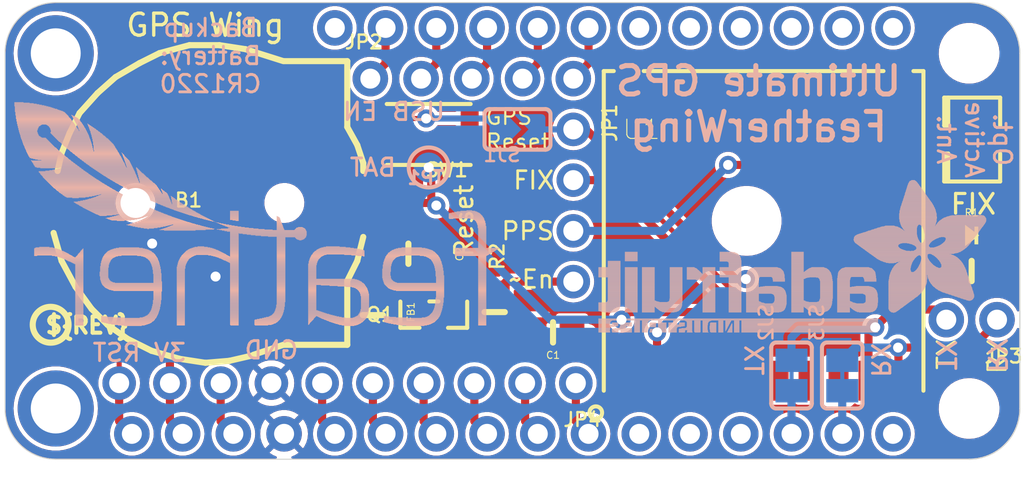
<source format=kicad_pcb>
(kicad_pcb (version 20221018) (generator pcbnew)
  (layers (0 "F.Cu" signal) (31 "B.Cu" signal) (34 "B.Paste" user) (35 "F.Paste" user) (36 "B.SilkS" user "B.Silkscreen") (37 "F.SilkS" user "F.Silkscreen") (38 "B.Mask" user) (39 "F.Mask" user) (44 "Edge.Cuts" user))
  (net 0 "")
  (net 1 "FIX")
  (net 2 "N$2")
  (net 3 "GND")
  (net 4 "3.3V")
  (net 5 "VBACKUP")
  (net 6 "GPS_TX")
  (net 7 "GPS_RX")
  (net 8 "N$4")
  (net 9 "1PPS")
  (net 10 "3V")
  (net 11 "N")
  (net 12 "M")
  (net 13 "L")
  (net 14 "F")
  (net 15 "E")
  (net 16 "D")
  (net 17 "C")
  (net 18 "B")
  (net 19 "A")
  (net 20 "GPS_RESET")
  (net 21 "RST")
  (net 22 "AREF")
  (net 23 "EN")
  (net 24 "USB")
  (net 25 "N$15")
  (net 26 "ENABLE")
  (net 27 "RX")
  (net 28 "TX")
  (net 29 "J")
  (net 30 "I")
  (net 31 "H")
  (net 32 "SCL")
  (net 33 "SDA")
  (net 34 "K")
  (net 35 "SCK")
  (net 36 "MOSI")
  (net 37 "MISO")
  (net 38 "G")
  (footprint "working:FEATHERWING" (layer "F.Cu") (at 123.1011 116.4336)
    (fp_text reference "MS1" hide)
    (fp_text value "FEATHERWING" hide)
    (fp_line (start 0 -20.32) (end 0 -2.54) (stroke (width 0.05)) (layer "Edge.Cuts"))
    (fp_line (start 2.54 0) (end 48.26 0) (stroke (width 0.05)) (layer "Edge.Cuts"))
    (fp_line (start 48.26 -22.86) (end 2.54 -22.86) (stroke (width 0.05)) (layer "Edge.Cuts"))
    (fp_line (start 50.8 -2.54) (end 50.8 -20.32) (stroke (width 0.05)) (layer "Edge.Cuts"))
    (fp_arc (start 0 -20.32) (mid 0.743949 -22.116051) (end 2.54 -22.86) (stroke (width 0.05)) (layer "Edge.Cuts"))
    (fp_arc (start 2.54 0) (mid 0.743949 -0.743949) (end 0 -2.54) (stroke (width 0.05)) (layer "Edge.Cuts"))
    (fp_arc (start 48.26 -22.86) (mid 50.056051 -22.116051) (end 50.8 -20.32) (stroke (width 0.05)) (layer "Edge.Cuts"))
    (fp_arc (start 50.8 -2.54) (mid 50.056051 -0.743949) (end 48.26 0) (stroke (width 0.05)) (layer "Edge.Cuts"))
    (pad "" np_thru_hole circle (at 48.26 -20.32) (size 2.54 2.54) (drill 2.54) (layers "*.Cu" "*.Mask"))
    (pad "" np_thru_hole circle (at 48.26 -2.54) (size 2.54 2.54) (drill 2.54) (layers "*.Cu" "*.Mask"))
    (pad "1" thru_hole circle (at 6.35 -1.27) (size 1.778 1.778) (drill 1) (layers "*.Cu" "*.Mask") (net 21 "RST"))
    (pad "2" thru_hole circle (at 8.89 -1.27) (size 1.778 1.778) (drill 1) (layers "*.Cu" "*.Mask") (net 10 "3V"))
    (pad "3" thru_hole circle (at 11.43 -1.27) (size 1.778 1.778) (drill 1) (layers "*.Cu" "*.Mask") (net 22 "AREF"))
    (pad "4" thru_hole circle (at 13.97 -1.27) (size 1.778 1.778) (drill 1) (layers "*.Cu" "*.Mask") (net 3 "GND"))
    (pad "5" thru_hole circle (at 16.51 -1.27) (size 1.778 1.778) (drill 1) (layers "*.Cu" "*.Mask") (net 19 "A"))
    (pad "6" thru_hole circle (at 19.05 -1.27) (size 1.778 1.778) (drill 1) (layers "*.Cu" "*.Mask") (net 18 "B"))
    (pad "7" thru_hole circle (at 21.59 -1.27) (size 1.778 1.778) (drill 1) (layers "*.Cu" "*.Mask") (net 17 "C"))
    (pad "8" thru_hole circle (at 24.13 -1.27) (size 1.778 1.778) (drill 1) (layers "*.Cu" "*.Mask") (net 16 "D"))
    (pad "9" thru_hole circle (at 26.67 -1.27) (size 1.778 1.778) (drill 1) (layers "*.Cu" "*.Mask") (net 15 "E"))
    (pad "10" thru_hole circle (at 29.21 -1.27) (size 1.778 1.778) (drill 1) (layers "*.Cu" "*.Mask") (net 14 "F"))
    (pad "11" thru_hole circle (at 31.75 -1.27) (size 1.778 1.778) (drill 1) (layers "*.Cu" "*.Mask") (net 35 "SCK"))
    (pad "12" thru_hole circle (at 34.29 -1.27) (size 1.778 1.778) (drill 1) (layers "*.Cu" "*.Mask") (net 36 "MOSI"))
    (pad "13" thru_hole circle (at 36.83 -1.27) (size 1.778 1.778) (drill 1) (layers "*.Cu" "*.Mask") (net 37 "MISO"))
    (pad "14" thru_hole circle (at 39.37 -1.27) (size 1.778 1.778) (drill 1) (layers "*.Cu" "*.Mask") (net 27 "RX"))
    (pad "15" thru_hole circle (at 41.91 -1.27) (size 1.778 1.778) (drill 1) (layers "*.Cu" "*.Mask") (net 28 "TX"))
    (pad "16" thru_hole circle (at 44.45 -1.27) (size 1.778 1.778) (drill 1) (layers "*.Cu" "*.Mask") (net 38 "G"))
    (pad "17" thru_hole circle (at 44.45 -21.59) (size 1.778 1.778) (drill 1) (layers "*.Cu" "*.Mask") (net 33 "SDA"))
    (pad "18" thru_hole circle (at 41.91 -21.59) (size 1.778 1.778) (drill 1) (layers "*.Cu" "*.Mask") (net 32 "SCL"))
    (pad "19" thru_hole circle (at 39.37 -21.59) (size 1.778 1.778) (drill 1) (layers "*.Cu" "*.Mask") (net 31 "H"))
    (pad "20" thru_hole circle (at 36.83 -21.59) (size 1.778 1.778) (drill 1) (layers "*.Cu" "*.Mask") (net 30 "I"))
    (pad "21" thru_hole circle (at 34.29 -21.59) (size 1.778 1.778) (drill 1) (layers "*.Cu" "*.Mask") (net 29 "J"))
    (pad "22" thru_hole circle (at 31.75 -21.59) (size 1.778 1.778) (drill 1) (layers "*.Cu" "*.Mask") (net 34 "K"))
    (pad "23" thru_hole circle (at 29.21 -21.59) (size 1.778 1.778) (drill 1) (layers "*.Cu" "*.Mask") (net 13 "L"))
    (pad "24" thru_hole circle (at 26.67 -21.59) (size 1.778 1.778) (drill 1) (layers "*.Cu" "*.Mask") (net 12 "M"))
    (pad "25" thru_hole circle (at 24.13 -21.59) (size 1.778 1.778) (drill 1) (layers "*.Cu" "*.Mask") (net 11 "N"))
    (pad "26" thru_hole circle (at 21.59 -21.59) (size 1.778 1.778) (drill 1) (layers "*.Cu" "*.Mask") (net 24 "USB"))
    (pad "27" thru_hole circle (at 19.05 -21.59) (size 1.778 1.778) (drill 1) (layers "*.Cu" "*.Mask") (net 23 "EN"))
    (pad "28" thru_hole circle (at 16.51 -21.59) (size 1.778 1.778) (drill 1) (layers "*.Cu" "*.Mask"))
    (pad "P$1" thru_hole circle (at 2.54 -20.32) (size 3.81 3.81) (drill 2.5) (layers "*.Cu" "*.Mask"))
    (pad "P$2" thru_hole circle (at 2.54 -2.54) (size 3.81 3.81) (drill 2.5) (layers "*.Cu" "*.Mask"))
  )
  (footprint "working:1X05_ROUND_70" (layer "F.Cu") (at 146.4691 97.3836)
    (fp_text reference "JP2" (at -6.4262 -1.8288) (layer "F.SilkS") (effects (font (size 0.692831 0.692831) (thickness 0.119969)) (justify left)))
    (fp_text value "")
    (pad "1" thru_hole circle (at -5.08 0 90) (size 1.778 1.778) (drill 1) (layers "*.Cu" "*.Mask") (net 23 "EN"))
    (pad "2" thru_hole circle (at -2.54 0 90) (size 1.778 1.778) (drill 1) (layers "*.Cu" "*.Mask") (net 24 "USB"))
    (pad "3" thru_hole circle (at 0 0 90) (size 1.778 1.778) (drill 1) (layers "*.Cu" "*.Mask") (net 11 "N"))
    (pad "4" thru_hole circle (at 2.54 0 90) (size 1.778 1.778) (drill 1) (layers "*.Cu" "*.Mask") (net 12 "M"))
    (pad "5" thru_hole circle (at 5.08 0 90) (size 1.778 1.778) (drill 1) (layers "*.Cu" "*.Mask") (net 13 "L"))
  )
  (footprint "working:0805-NO" (layer "F.Cu") (at 147.6121 109.0676 90)
    (fp_text reference "R2" (at 2.032 0.127 90) (layer "F.SilkS") (effects (font (size 0.692831 0.692831) (thickness 0.119969)) (justify left)))
    (fp_text value "100K")
    (pad "1" smd rect (at -0.95 0 90) (size 1.24 1.5) (layers "F.Cu" "F.Paste" "F.Mask") (net 3 "GND"))
    (pad "2" smd rect (at 0.95 0 90) (size 1.24 1.5) (layers "F.Cu" "F.Paste" "F.Mask") (net 26 "ENABLE"))
  )
  (footprint "working:FIDUCIAL_1MM" (layer "F.Cu") (at 124.7521 99.5426)
    (fp_text reference "FID1" hide)
    (fp_text value "FIDUCIAL\"\"" hide)
    (pad "1" smd roundrect (at 0 0) (size 1 1) (layers "F.Cu" "F.Mask") (roundrect_rratio 0.5))
  )
  (footprint "working:FGPMMOPA6H" (layer "F.Cu") (at 161.0741 105.0036 90)
    (fp_text reference "U1" (at 5.071 -7.111) (layer "F.SilkS") (effects (font (size 0.96268 0.96268) (thickness 0.05332)) (justify left)))
    (fp_text value "FGPMMOPA6H")
    (pad "" np_thru_hole circle (at 0.5 -0.85 90) (size 3 3) (drill 3) (layers "*.Cu" "*.Mask"))
    (pad "P$1" smd rect (at -7.5 -6.75 90) (size 2 1) (layers "F.Cu" "F.Paste" "F.Mask") (net 25 "N$15"))
    (pad "P$2" smd rect (at -7.5 -5.25 90) (size 2 1) (layers "F.Cu" "F.Paste" "F.Mask") (net 20 "GPS_RESET"))
    (pad "P$3" smd rect (at -7.5 -3.75 90) (size 2 1) (layers "F.Cu" "F.Paste" "F.Mask") (net 3 "GND"))
    (pad "P$4" smd rect (at -7.5 -2.25 90) (size 2 1) (layers "F.Cu" "F.Paste" "F.Mask") (net 5 "VBACKUP"))
    (pad "P$5" smd rect (at -7.5 -0.75 90) (size 2 1) (layers "F.Cu" "F.Paste" "F.Mask") (net 1 "FIX"))
    (pad "P$6" smd rect (at -7.5 0.75 90) (size 2 1) (layers "F.Cu" "F.Paste" "F.Mask"))
    (pad "P$7" smd rect (at -7.5 2.25 90) (size 2 1) (layers "F.Cu" "F.Paste" "F.Mask"))
    (pad "P$8" smd rect (at -7.5 3.75 90) (size 2 1) (layers "F.Cu" "F.Paste" "F.Mask") (net 3 "GND"))
    (pad "P$9" smd rect (at -7.5 5.25 90) (size 2 1) (layers "F.Cu" "F.Paste" "F.Mask") (net 6 "GPS_TX"))
    (pad "P$10" smd rect (at -7.5 6.75 90) (size 2 1) (layers "F.Cu" "F.Paste" "F.Mask") (net 7 "GPS_RX"))
    (pad "P$11" smd rect (at 7.5 6.75 270) (size 2 1) (layers "F.Cu" "F.Paste" "F.Mask") (net 8 "N$4"))
    (pad "P$12" smd rect (at 7.5 5.25 270) (size 2 1) (layers "F.Cu" "F.Paste" "F.Mask") (net 3 "GND"))
    (pad "P$13" smd rect (at 7.5 3.75 270) (size 2 1) (layers "F.Cu" "F.Paste" "F.Mask") (net 9 "1PPS"))
    (pad "P$14" smd rect (at 7.5 2.25 270) (size 2 1) (layers "F.Cu" "F.Paste" "F.Mask"))
    (pad "P$15" smd rect (at 7.5 0.75 270) (size 2 1) (layers "F.Cu" "F.Paste" "F.Mask"))
    (pad "P$16" smd rect (at 7.5 -0.75 270) (size 2 1) (layers "F.Cu" "F.Paste" "F.Mask"))
    (pad "P$17" smd rect (at 7.5 -2.25 270) (size 2 1) (layers "F.Cu" "F.Paste" "F.Mask"))
    (pad "P$18" smd rect (at 7.5 -3.75 270) (size 2 1) (layers "F.Cu" "F.Paste" "F.Mask"))
    (pad "P$19" smd rect (at 7.5 -5.25 270) (size 2 1) (layers "F.Cu" "F.Paste" "F.Mask") (net 3 "GND"))
    (pad "P$20" smd rect (at 7.5 -6.75 270) (size 2 1) (layers "F.Cu" "F.Paste" "F.Mask"))
  )
  (footprint "working:CHIPLED_0805_NOOUTLINE" (layer "F.Cu") (at 171.4881 105.2336 -90)
    (fp_text reference "LED1" hide)
    (fp_text value "RED")
    (pad "A" smd rect (at 0 1.05 270) (size 1.2 1.2) (layers "F.Cu" "F.Paste" "F.Mask") (net 1 "FIX"))
    (pad "C" smd rect (at 0 -1.05 270) (size 1.2 1.2) (layers "F.Cu" "F.Paste" "F.Mask") (net 2 "N$2"))
  )
  (footprint "working:SOT23-WIDE" (layer "F.Cu") (at 144.5641 109.1946 180)
    (fp_text reference "Q1" (at 1.905 0) (layer "F.SilkS") (effects (font (size 0.692831 0.692831) (thickness 0.119969)) (justify right)))
    (fp_text value "DMG3415U-7 ")
    (pad "1" smd rect (at -0.95 1 180) (size 1 1.2) (layers "F.Cu" "F.Paste" "F.Mask") (net 26 "ENABLE"))
    (pad "2" smd rect (at 0.95 1 180) (size 1 1.2) (layers "F.Cu" "F.Paste" "F.Mask") (net 4 "3.3V"))
    (pad "3" smd rect (at 0 -1 180) (size 1 1.2) (layers "F.Cu" "F.Paste" "F.Mask") (net 25 "N$15"))
  )
  (footprint "working:FIDUCIAL_1MM" (layer "F.Cu") (at 169.6061 115.3726)
    (fp_text reference "FID2" hide)
    (fp_text value "FIDUCIAL\"\"" hide)
    (pad "1" smd roundrect (at 0 0) (size 1 1) (layers "F.Cu" "F.Mask") (roundrect_rratio 0.5))
  )
  (footprint "working:1X10_ROUND" (layer "F.Cu") (at 140.2461 112.6236 180)
    (fp_text reference "JP4" (at -12.7762 -1.8288) (layer "F.SilkS") (effects (font (size 0.692831 0.692831) (thickness 0.119969)) (justify right)))
    (fp_text value "")
    (pad "1" thru_hole circle (at -11.43 0 270) (size 1.6764 1.6764) (drill 1) (layers "*.Cu" "*.Mask") (net 14 "F"))
    (pad "2" thru_hole circle (at -8.89 0 270) (size 1.6764 1.6764) (drill 1) (layers "*.Cu" "*.Mask") (net 15 "E"))
    (pad "3" thru_hole circle (at -6.35 0 270) (size 1.6764 1.6764) (drill 1) (layers "*.Cu" "*.Mask") (net 16 "D"))
    (pad "4" thru_hole circle (at -3.81 0 270) (size 1.6764 1.6764) (drill 1) (layers "*.Cu" "*.Mask") (net 17 "C"))
    (pad "5" thru_hole circle (at -1.27 0 270) (size 1.6764 1.6764) (drill 1) (layers "*.Cu" "*.Mask") (net 18 "B"))
    (pad "6" thru_hole circle (at 1.27 0 270) (size 1.6764 1.6764) (drill 1) (layers "*.Cu" "*.Mask") (net 19 "A"))
    (pad "7" thru_hole circle (at 3.81 0 270) (size 1.6764 1.6764) (drill 1) (layers "*.Cu" "*.Mask") (net 3 "GND"))
    (pad "8" thru_hole circle (at 6.35 0 270) (size 1.6764 1.6764) (drill 1) (layers "*.Cu" "*.Mask") (net 22 "AREF"))
    (pad "9" thru_hole circle (at 8.89 0 270) (size 1.6764 1.6764) (drill 1) (layers "*.Cu" "*.Mask") (net 10 "3V"))
    (pad "10" thru_hole circle (at 11.43 0 270) (size 1.6764 1.6764) (drill 1) (layers "*.Cu" "*.Mask") (net 21 "RST"))
  )
  (footprint "working:0805-NO" (layer "F.Cu") (at 150.5331 110.0836 180)
    (fp_text reference "C1" (at -0.381 -1.143) (layer "F.SilkS") (effects (font (size 0.35308 0.35308) (thickness 0.05332)) (justify right)))
    (fp_text value "0.1uF")
    (pad "1" smd rect (at -0.95 0 180) (size 1.24 1.5) (layers "F.Cu" "F.Paste" "F.Mask") (net 25 "N$15"))
    (pad "2" smd rect (at 0.95 0 180) (size 1.24 1.5) (layers "F.Cu" "F.Paste" "F.Mask") (net 3 "GND"))
  )
  (footprint "working:0805-NO" (layer "F.Cu") (at 143.2941 106.1466)
    (fp_text reference "C2" (at 2.564 0.405 90) (layer "F.SilkS") (effects (font (size 0.35308 0.35308) (thickness 0.05332)) (justify left)))
    (fp_text value "10uF")
    (pad "1" smd rect (at -0.95 0) (size 1.24 1.5) (layers "F.Cu" "F.Paste" "F.Mask") (net 4 "3.3V"))
    (pad "2" smd rect (at 0.95 0) (size 1.24 1.5) (layers "F.Cu" "F.Paste" "F.Mask") (net 3 "GND"))
  )
  (footprint "working:0805-NO" (layer "F.Cu") (at 141.5161 109.2186 90)
    (fp_text reference "FB1" (at -0.381 1.905 90) (layer "F.SilkS") (effects (font (size 0.35308 0.35308) (thickness 0.05332)) (justify left)))
    (fp_text value "Ferrite")
    (pad "1" smd rect (at -0.95 0 90) (size 1.24 1.5) (layers "F.Cu" "F.Paste" "F.Mask") (net 10 "3V"))
    (pad "2" smd rect (at 0.95 0 90) (size 1.24 1.5) (layers "F.Cu" "F.Paste" "F.Mask") (net 4 "3.3V"))
  )
  (footprint "working:1X02_ROUND" (layer "F.Cu") (at 171.4881 109.4486 180)
    (fp_text reference "JP3" (at -2.6162 -1.8288) (layer "F.SilkS") (effects (font (size 0.692831 0.692831) (thickness 0.119969)) (justify right)))
    (fp_text value "")
    (pad "1" thru_hole circle (at -1.27 0 270) (size 1.778 1.778) (drill 1) (layers "*.Cu" "*.Mask") (net 7 "GPS_RX"))
    (pad "2" thru_hole circle (at 1.27 0 270) (size 1.778 1.778) (drill 1) (layers "*.Cu" "*.Mask") (net 6 "GPS_TX"))
  )
  (footprint "working:CR1220-2" (layer "F.Cu") (at 133.1341 103.6066)
    (fp_text reference "B1" (at -1.602 -0.14) (layer "F.SilkS") (effects (font (size 0.692831 0.692831) (thickness 0.119969)) (justify left)))
    (fp_text value "CR1220")
    (pad "" np_thru_hole circle (at -3.5 0) (size 1.5 1.5) (drill 1.5) (layers "*.Cu" "*.Mask"))
    (pad "" np_thru_hole circle (at 3.95 0) (size 1.5 1.5) (drill 1.5) (layers "*.Cu" "*.Mask"))
    (pad "+" smd rect (at 8.29 0) (size 4 2) (layers "F.Cu" "F.Paste" "F.Mask") (net 5 "VBACKUP"))
    (pad "-" smd rect (at -7.6 0) (size 4 2) (layers "F.Cu" "F.Paste" "F.Mask") (net 3 "GND"))
  )
  (footprint "working:BTN_KMR2_4.6X2.8" (layer "F.Cu") (at 144.3101 100.1776 180)
    (fp_text reference "SW1" (at -2.032 -1.778) (layer "F.SilkS") (effects (font (size 0.692831 0.692831) (thickness 0.119969)) (justify right)))
    (fp_text value "KMR2")
    (pad "A" smd rect (at 2.05 -0.8 180) (size 0.9 0.9) (layers "F.Cu" "F.Paste" "F.Mask") (net 3 "GND"))
    (pad "A'" smd rect (at -2.05 -0.8 180) (size 0.9 0.9) (layers "F.Cu" "F.Paste" "F.Mask") (net 3 "GND"))
    (pad "B" smd rect (at 2.05 0.8 180) (size 0.9 0.9) (layers "F.Cu" "F.Paste" "F.Mask") (net 21 "RST"))
    (pad "B'" smd rect (at -2.05 0.8 180) (size 0.9 0.9) (layers "F.Cu" "F.Paste" "F.Mask") (net 21 "RST"))
  )
  (footprint "working:U.FL" (layer "F.Cu") (at 171.6151 100.4316 180)
    (fp_text reference "X1" hide)
    (fp_text value "uFL" hide)
    (pad "1" smd rect (at 0 -1.375 180) (size 2.2 1.05) (layers "F.Cu" "F.Paste" "F.Mask") (net 3 "GND"))
    (pad "2" smd rect (at 0 1.375 180) (size 2.2 1.05) (layers "F.Cu" "F.Paste" "F.Mask") (net 3 "GND"))
    (pad "3" smd rect (at 1.525 0 180) (size 0.8 1) (layers "F.Cu" "F.Paste" "F.Mask") (net 8 "N$4"))
    (zone (net 0) (net_name "") (layer "F.Cu") (connect_pads (clearance 0)) (min_thickness 0.25)
      (keepout (tracks not_allowed) (vias not_allowed) (pads not_allowed) (copperpour not_allowed) (footprints allowed))
      (fill (thermal_gap 0.5) (thermal_bridge_width 0.5))
      (polygon (pts (xy 172.5041 99.6061) (xy 170.7261 99.6061) (xy 170.7261 101.2571) (xy 172.5041 101.2571)))
    )
  )
  (footprint "working:PCBFEAT-REV-040" (layer "F.Cu") (at 125.3871 109.7026)
    (fp_text reference "U$9" hide)
    (fp_text value "" hide)
    (fp_text user "${REV}" (at -0.3556 0.508) (layer "F.SilkS") (effects (font (size 0.8128 0.8128) (thickness 0.2032)) (justify left bottom)))
  )
  (footprint "working:1X04_ROUND" (layer "F.Cu") (at 151.5491 103.7336 -90)
    (fp_text reference "JP1" (at -5.1562 -1.8288 90) (layer "F.SilkS") (effects (font (size 0.692831 0.692831) (thickness 0.119969)) (justify right)))
    (fp_text value "")
    (pad "1" thru_hole circle (at -3.81 0) (size 1.6764 1.6764) (drill 1) (layers "*.Cu" "*.Mask") (net 20 "GPS_RESET"))
    (pad "2" thru_hole circle (at -1.27 0) (size 1.6764 1.6764) (drill 1) (layers "*.Cu" "*.Mask") (net 1 "FIX"))
    (pad "3" thru_hole circle (at 1.27 0) (size 1.6764 1.6764) (drill 1) (layers "*.Cu" "*.Mask") (net 9 "1PPS"))
    (pad "4" thru_hole circle (at 3.81 0) (size 1.6764 1.6764) (drill 1) (layers "*.Cu" "*.Mask") (net 26 "ENABLE"))
  )
  (footprint "working:0805-NO" (layer "F.Cu") (at 171.4881 107.0116)
    (fp_text reference "R1" (at -0.381 -2.921) (layer "F.SilkS") (effects (font (size 0.35308 0.35308) (thickness 0.05332)) (justify left)))
    (fp_text value "470 ohm")
    (pad "1" smd rect (at -0.95 0) (size 1.24 1.5) (layers "F.Cu" "F.Paste" "F.Mask") (net 3 "GND"))
    (pad "2" smd rect (at 0.95 0) (size 1.24 1.5) (layers "F.Cu" "F.Paste" "F.Mask") (net 2 "N$2"))
  )
  (footprint "working:FEATHERLOGO" (layer "B.Cu") (at 147.8661 109.8296 180)
    (fp_text reference "U$10" hide)
    (fp_text value "" hide)
  )
  (footprint "working:TESTPOINT_ROUND_1.5MM" (layer "B.Cu") (at 144.3101 101.8286 180)
    (fp_text reference "TP1" (at 1.143 -0.127) (layer "B.SilkS") (effects (font (size 0.666496 0.666496) (thickness 0.146304)) (justify right top mirror)))
    (fp_text value "")
    (pad "P$1" smd roundrect (at 0 0 180) (size 1.5 1.5) (layers "B.Cu" "B.Mask") (roundrect_rratio 0.5) (net 5 "VBACKUP"))
  )
  (footprint "working:ADAFRUIT_TEXT_20MM" (layer "B.Cu") (at 172.3771 110.0836 180)
    (fp_text reference "U$11" hide)
    (fp_text value "" hide)
  )
  (footprint "working:SOLDERJUMPER_ARROW_NOPASTE" (layer "B.Cu") (at 148.7551 99.9236)
    (fp_text reference "SJ1" (at -1.778 1.27) (layer "B.SilkS") (effects (font (size 0.692831 0.692831) (thickness 0.119969)) (justify right mirror)))
    (fp_text value "")
    (fp_poly (pts (xy 0.201021 0) (xy -0.560979 -0.762) (xy -1.1684 -0.762) (xy -1.1684 0.762) (xy -0.560979 0.762)) (fill solid) (layer "B.Cu"))
    (fp_poly (pts (xy 1.1684 -0.762) (xy -0.186831 -0.762) (xy 0.548892 0) (xy -0.186831 0.762) (xy 1.1684 0.762)) (fill solid) (layer "B.Cu"))
    (pad "1" smd roundrect (at -1.016 0) (size 0.762 1.524) (layers "B.Cu") (net 21 "RST"))
    (pad "2" smd roundrect (at 1.016 0) (size 0.762 1.524) (layers "B.Cu") (net 20 "GPS_RESET"))
  )
  (footprint "working:SOLDERJUMPER_CLOSEDWIRE" (layer "B.Cu") (at 162.4711 112.2426 -90)
    (fp_text reference "SJ2" (at -1.651 1.27 -270) (layer "B.SilkS") (effects (font (size 0.692831 0.692831) (thickness 0.119969)) (justify right mirror)))
    (fp_text value "")
    (pad "1" smd rect (at -0.762 0 270) (size 1.1684 1.6002) (layers "B.Cu" "B.Mask") (net 6 "GPS_TX"))
    (pad "2" smd rect (at 0.762 0 270) (size 1.1684 1.6002) (layers "B.Cu" "B.Mask") (net 27 "RX"))
    (pad "WIRE" smd rect (at 0 0 270) (size 0.635 0.2032) (layers "B.Cu" "B.Mask"))
  )
  (footprint "working:SOLDERJUMPER_CLOSEDWIRE" (layer "B.Cu") (at 165.0111 112.2426 -90)
    (fp_text reference "SJ3" (at -1.651 1.27 -270) (layer "B.SilkS") (effects (font (size 0.692831 0.692831) (thickness 0.119969)) (justify right mirror)))
    (fp_text value "")
    (pad "1" smd rect (at -0.762 0 270) (size 1.1684 1.6002) (layers "B.Cu" "B.Mask") (net 7 "GPS_RX"))
    (pad "2" smd rect (at 0.762 0 270) (size 1.1684 1.6002) (layers "B.Cu" "B.Mask") (net 28 "TX"))
    (pad "WIRE" smd rect (at 0 0 270) (size 0.635 0.2032) (layers "B.Cu" "B.Mask"))
  )
  (gr_arc (start 171.3611 93.5736) (mid 173.157151 94.317549) (end 173.9011 96.1136) (stroke (width 0.05)) (layer "Edge.Cuts"))
  (gr_arc (start 173.9011 113.8936) (mid 173.157151 115.689651) (end 171.3611 116.4336) (stroke (width 0.05)) (layer "Edge.Cuts"))
  (gr_line (start 173.9011 96.1136) (end 173.9011 113.8936) (stroke (width 0.05)) (layer "Edge.Cuts"))
  (gr_text "3V" (at 131.3561 111.0996) (layer "B.SilkS") (effects (font (size 0.87376 0.87376) (thickness 0.14224)) (justify mirror)))
  (gr_text "TX" (at 170.2181 111.2266 -90) (layer "B.SilkS") (effects (font (size 0.87376 0.87376) (thickness 0.14224)) (justify mirror)))
  (gr_text "GND" (at 136.4361 110.9726) (layer "B.SilkS") (effects (font (size 0.87376 0.87376) (thickness 0.14224)) (justify mirror)))
  (gr_text "BAT" (at 141.5161 101.8286) (layer "B.SilkS") (effects (font (size 0.87376 0.87376) (thickness 0.14224)) (justify mirror)))
  (gr_text "USB" (at 143.8021 99.0346) (layer "B.SilkS") (effects (font (size 0.87376 0.87376) (thickness 0.14224)) (justify mirror)))
  (gr_text "RST" (at 128.6891 111.0996) (layer "B.SilkS") (effects (font (size 0.87376 0.87376) (thickness 0.14224)) (justify mirror)))
  (gr_text "RX" (at 166.9161 111.4806 -90) (layer "B.SilkS") (effects (font (size 0.87376 0.87376) (thickness 0.14224)) (justify mirror)))
  (gr_text "RX" (at 172.7581 111.2266 -90) (layer "B.SilkS") (effects (font (size 0.87376 0.87376) (thickness 0.14224)) (justify mirror)))
  (gr_text "Backup\nBattery:\nCR1220" (at 133.3881 96.2406) (layer "B.SilkS") (effects (font (size 0.87376 0.87376) (thickness 0.14224)) (justify mirror)))
  (gr_text "Opt.\nActive\nAnt." (at 171.6151 100.4316 -90) (layer "B.SilkS") (effects (font (size 0.87376 0.87376) (thickness 0.14224)) (justify mirror)))
  (gr_text "EN" (at 140.8811 99.0346) (layer "B.SilkS") (effects (font (size 0.87376 0.87376) (thickness 0.14224)) (justify mirror)))
  (gr_text "TX" (at 160.5661 111.4806 -90) (layer "B.SilkS") (effects (font (size 0.87376 0.87376) (thickness 0.14224)) (justify mirror)))
  (gr_text "Ultimate GPS\nFeatherWing" (at 160.8201 98.6536) (layer "B.SilkS") (effects (font (size 1.42494 1.42494) (thickness 0.25146)) (justify mirror)))
  (gr_text "FIX" (at 170.3451 104.2416) (layer "F.SilkS") (effects (font (size 0.98298 0.98298) (thickness 0.16002)) (justify left bottom)))
  (gr_text "Reset" (at 146.5961 106.4006 90) (layer "F.SilkS") (effects (font (size 0.88392 0.88392) (thickness 0.13208)) (justify left bottom)))
  (gr_text "RX" (at 172.2501 110.3376 90) (layer "F.SilkS") (effects (font (size 0.89408 0.89408) (thickness 0.12192)) (justify right top)))
  (gr_text "~En" (at 150.6601 106.9086) (layer "F.SilkS") (effects (font (size 0.88392 0.88392) (thickness 0.13208)) (justify right top)))
  (gr_text "GPS Wing" (at 129.0701 95.3516) (layer "F.SilkS") (effects (font (size 1.1049 1.1049) (thickness 0.1651)) (justify left bottom)))
  (gr_text "PPS" (at 150.6601 104.4956) (layer "F.SilkS") (effects (font (size 0.88392 0.88392) (thickness 0.13208)) (justify right top)))
  (gr_text "TX" (at 169.7101 110.3376 90) (layer "F.SilkS") (effects (font (size 0.89408 0.89408) (thickness 0.12192)) (justify right top)))
  (gr_text "GPS\nReset" (at 147.1041 99.9236) (layer "F.SilkS") (effects (font (size 0.78232 0.78232) (thickness 0.10668)) (justify left)))
  (gr_text "FIX" (at 150.6601 101.9556) (layer "F.SilkS") (effects (font (size 0.88392 0.88392) (thickness 0.13208)) (justify right top)))
  (segment (start 160.3241 109.5636) (end 153.2241 102.4636) (width 0.4064) (layer "F.Cu") (net 1))
  (segment (start 160.3241 109.5636) (end 164.6541 105.2336) (width 0.4064) (layer "F.Cu") (net 1))
  (segment (start 153.2241 102.4636) (end 151.5491 102.4636) (width 0.4064) (layer "F.Cu") (net 1))
  (segment (start 160.3241 112.5036) (end 160.3241 109.5636) (width 0.4064) (layer "F.Cu") (net 1))
  (segment (start 164.6541 105.2336) (end 170.4381 105.2336) (width 0.4064) (layer "F.Cu") (net 1))
  (segment (start 172.5381 105.2336) (end 172.4381 105.7146) (width 0.4064) (layer "F.Cu") (net 2))
  (segment (start 172.4381 105.7146) (end 172.4381 107.0116) (width 0.4064) (layer "F.Cu") (net 2))
  (via (at 133.6421 107.2896) (size 0.9064) (drill 0.5) (layers "F.Cu" "B.Cu") (net 3))
  (via (at 130.4671 105.6386) (size 0.9064) (drill 0.5) (layers "F.Cu" "B.Cu") (net 3))
  (segment (start 141.5161 106.9746) (end 141.5161 108.2686) (width 0.4064) (layer "F.Cu") (net 4))
  (segment (start 142.3441 106.1466) (end 141.5161 106.9746) (width 0.4064) (layer "F.Cu") (net 4))
  (segment (start 141.5161 108.2686) (end 141.5901 108.1946) (width 0.4064) (layer "F.Cu") (net 4))
  (segment (start 141.5901 108.1946) (end 143.6141 108.1946) (width 0.4064) (layer "F.Cu") (net 4))
  (segment (start 144.4371 103.6066) (end 144.5641 103.6066) (width 0.4064) (layer "F.Cu") (net 5))
  (segment (start 144.5641 103.6066) (end 144.6911 103.7336) (width 0.4064) (layer "F.Cu") (net 5))
  (segment (start 158.8241 109.8656) (end 158.8241 112.5036) (width 0.4064) (layer "F.Cu") (net 5))
  (segment (start 144.4371 103.6066) (end 144.4371 101.9556) (width 0.4064) (layer "F.Cu") (net 5))
  (segment (start 144.4371 101.9556) (end 144.3101 101.8286) (width 0.4064) (layer "F.Cu") (net 5))
  (segment (start 154.3431 109.0676) (end 158.0261 109.0676) (width 0.4064) (layer "F.Cu") (net 5))
  (segment (start 158.0261 109.0676) (end 158.8241 109.8656) (width 0.4064) (layer "F.Cu") (net 5))
  (segment (start 141.4241 103.6066) (end 144.4371 103.6066) (width 0.4064) (layer "F.Cu") (net 5))
  (segment (start 153.9621 109.4486) (end 154.3431 109.0676) (width 0.4064) (layer "F.Cu") (net 5))
  (via (at 144.6911 103.7336) (size 0.9064) (drill 0.5) (layers "F.Cu" "B.Cu") (net 5))
  (via (at 153.9621 109.4486) (size 0.9064) (drill 0.5) (layers "F.Cu" "B.Cu") (net 5))
  (via (at 144.3101 101.8286) (size 0.9064) (drill 0.5) (layers "F.Cu" "B.Cu") (net 5))
  (segment (start 150.4061 109.4486) (end 153.9621 109.4486) (width 0.4064) (layer "B.Cu") (net 5))
  (segment (start 144.6911 103.7336) (end 150.4061 109.4486) (width 0.4064) (layer "B.Cu") (net 5))
  (segment (start 166.6621 109.8296) (end 166.3241 110.1676) (width 0.4064) (layer "F.Cu") (net 6))
  (segment (start 169.7101 108.9406) (end 167.5511 108.9406) (width 0.4064) (layer "F.Cu") (net 6))
  (segment (start 167.5511 108.9406) (end 166.7256 109.7661) (width 0.4064) (layer "F.Cu") (net 6))
  (segment (start 166.6621 109.8296) (end 166.7256 109.7661) (width 0.4064) (layer "F.Cu") (net 6))
  (segment (start 170.2181 109.4486) (end 169.7101 108.9406) (width 0.4064) (layer "F.Cu") (net 6))
  (segment (start 166.3241 110.1676) (end 166.3241 112.5036) (width 0.4064) (layer "F.Cu") (net 6))
  (via (at 166.6621 109.8296) (size 0.9064) (drill 0.5) (layers "F.Cu" "B.Cu") (net 6))
  (segment (start 162.8521 109.9566) (end 166.5351 109.9566) (width 0.4064) (layer "B.Cu") (net 6))
  (segment (start 162.4711 110.3376) (end 162.8521 109.9566) (width 0.4064) (layer "B.Cu") (net 6))
  (segment (start 166.5351 109.9566) (end 166.6621 109.8296) (width 0.4064) (layer "B.Cu") (net 6))
  (segment (start 162.4711 111.4806) (end 162.4711 110.3376) (width 0.4064) (layer "B.Cu") (net 6))
  (segment (start 167.8241 111.3346) (end 167.8241 112.5036) (width 0.4064) (layer "F.Cu") (net 7))
  (segment (start 171.4881 110.8456) (end 167.8051 110.8456) (width 0.4064) (layer "F.Cu") (net 7))
  (segment (start 172.7581 109.5756) (end 172.7581 109.4486) (width 0.4064) (layer "F.Cu") (net 7))
  (segment (start 167.8051 110.8456) (end 167.8241 111.3346) (width 0.4064) (layer "F.Cu") (net 7))
  (segment (start 172.7581 109.5756) (end 171.4881 110.8456) (width 0.4064) (layer "F.Cu") (net 7))
  (via (at 167.8051 110.8456) (size 0.9064) (drill 0.5) (layers "F.Cu" "B.Cu") (net 7))
  (segment (start 165.0111 111.4806) (end 165.6461 110.8456) (width 0.4064) (layer "B.Cu") (net 7))
  (segment (start 165.6461 110.8456) (end 167.8051 110.8456) (width 0.4064) (layer "B.Cu") (net 7))
  (segment (start 167.946525 99.017082) (end 168.070155 99.296696) (width 0.8128) (layer "F.Cu") (net 8))
  (segment (start 167.863946 98.722719) (end 167.946525 99.017082) (width 0.8128) (layer "F.Cu") (net 8))
  (segment (start 168.23232 99.55587) (end 168.429719 99.789327) (width 0.8128) (layer "F.Cu") (net 8))
  (segment (start 169.784396 100.427902) (end 170.0901 100.4316) (width 0.8128) (layer "F.Cu") (net 8))
  (segment (start 167.8241 98.4196) (end 167.8241 98.4196) (width 0.8128) (layer "F.Cu") (net 8))
  (segment (start 168.070155 99.296696) (end 168.23232 99.55587) (width 0.8128) (layer "F.Cu") (net 8))
  (segment (start 168.913508 100.160703) (end 169.190051 100.291061) (width 0.8128) (layer "F.Cu") (net 8))
  (segment (start 168.429719 99.789327) (end 168.658333 99.992316) (width 0.8128) (layer "F.Cu") (net 8))
  (segment (start 168.658333 99.992316) (end 168.913508 100.160703) (width 0.8128) (layer "F.Cu") (net 8))
  (segment (start 169.190051 100.291061) (end 169.48233 100.380736) (width 0.8128) (layer "F.Cu") (net 8))
  (segment (start 167.8241 97.5036) (end 167.8241 98.4196) (width 0.8128) (layer "F.Cu") (net 8))
  (segment (start 167.8241 98.4196) (end 167.863946 98.722719) (width 0.8128) (layer "F.Cu") (net 8))
  (segment (start 169.48233 100.380736) (end 169.784396 100.427902) (width 0.8128) (layer "F.Cu") (net 8))
  (segment (start 159.2961 101.7016) (end 162.3441 101.7016) (width 0.4064) (layer "F.Cu") (net 9))
  (segment (start 164.8841 99.1616) (end 164.8841 97.5636) (width 0.4064) (layer "F.Cu") (net 9))
  (segment (start 162.3441 101.7016) (end 164.8841 99.1616) (width 0.4064) (layer "F.Cu") (net 9))
  (segment (start 164.8841 97.5636) (end 164.8241 97.5036) (width 0.4064) (layer "F.Cu") (net 9))
  (via (at 159.2961 101.7016) (size 0.9064) (drill 0.5) (layers "F.Cu" "B.Cu") (net 9))
  (segment (start 155.9941 105.0036) (end 159.2961 101.7016) (width 0.4064) (layer "B.Cu") (net 9))
  (segment (start 151.5491 105.0036) (end 155.9941 105.0036) (width 0.4064) (layer "B.Cu") (net 9))
  (segment (start 131.3561 114.5286) (end 131.9911 115.1636) (width 0.4064) (layer "F.Cu") (net 10))
  (segment (start 131.3561 112.6236) (end 131.3561 114.5286) (width 0.4064) (layer "F.Cu") (net 10))
  (segment (start 131.3561 112.6236) (end 131.3561 111.3536) (width 0.4064) (layer "F.Cu") (net 10))
  (segment (start 132.4991 110.2106) (end 141.4741 110.2106) (width 0.4064) (layer "F.Cu") (net 10))
  (segment (start 141.4741 110.2106) (end 141.5161 110.1686) (width 0.4064) (layer "F.Cu") (net 10))
  (segment (start 131.3561 111.3536) (end 132.4991 110.2106) (width 0.4064) (layer "F.Cu") (net 10))
  (segment (start 147.2311 94.8436) (end 147.2311 96.6216) (width 0.4064) (layer "F.Cu") (net 11))
  (segment (start 147.2311 96.6216) (end 146.4691 97.3836) (width 0.4064) (layer "F.Cu") (net 11))
  (segment (start 149.7711 96.6216) (end 149.0091 97.3836) (width 0.4064) (layer "F.Cu") (net 12))
  (segment (start 149.7711 94.8436) (end 149.7711 96.6216) (width 0.4064) (layer "F.Cu") (net 12))
  (segment (start 152.3111 96.6216) (end 151.5491 97.3836) (width 0.4064) (layer "F.Cu") (net 13))
  (segment (start 152.3111 94.8436) (end 152.3111 96.6216) (width 0.4064) (layer "F.Cu") (net 13))
  (segment (start 151.6761 112.6236) (end 151.6761 114.5286) (width 0.4064) (layer "F.Cu") (net 14))
  (segment (start 151.6761 114.5286) (end 152.3111 115.1636) (width 0.4064) (layer "F.Cu") (net 14))
  (segment (start 149.1361 114.5286) (end 149.7711 115.1636) (width 0.4064) (layer "F.Cu") (net 15))
  (segment (start 149.1361 112.6236) (end 149.1361 114.5286) (width 0.4064) (layer "F.Cu") (net 15))
  (segment (start 146.5961 114.5286) (end 147.2311 115.1636) (width 0.4064) (layer "F.Cu") (net 16))
  (segment (start 146.5961 112.6236) (end 146.5961 114.5286) (width 0.4064) (layer "F.Cu") (net 16))
  (segment (start 144.0561 112.6236) (end 144.0561 114.5286) (width 0.4064) (layer "F.Cu") (net 17))
  (segment (start 144.0561 114.5286) (end 144.6911 115.1636) (width 0.4064) (layer "F.Cu") (net 17))
  (segment (start 141.5161 114.5286) (end 142.1511 115.1636) (width 0.4064) (layer "F.Cu") (net 18))
  (segment (start 141.5161 112.6236) (end 141.5161 114.5286) (width 0.4064) (layer "F.Cu") (net 18))
  (segment (start 138.9761 112.6236) (end 138.9761 114.5286) (width 0.4064) (layer "F.Cu") (net 19))
  (segment (start 138.9761 114.5286) (end 139.6111 115.1636) (width 0.4064) (layer "F.Cu") (net 19))
  (segment (start 155.7401 112.4196) (end 155.8241 112.5036) (width 0.4064) (layer "F.Cu") (net 20))
  (segment (start 155.7401 110.0836) (end 155.7401 112.4196) (width 0.4064) (layer "F.Cu") (net 20))
  (segment (start 151.5491 99.9236) (end 152.1841 99.9236) (width 0.4064) (layer "F.Cu") (net 20))
  (segment (start 152.1841 99.9236) (end 159.6771 107.4166) (width 0.4064) (layer "F.Cu") (net 20))
  (segment (start 159.6771 107.4166) (end 160.1851 107.4166) (width 0.4064) (layer "F.Cu") (net 20))
  (via (at 160.1851 107.4166) (size 0.9064) (drill 0.5) (layers "F.Cu" "B.Cu") (net 20))
  (via (at 155.7401 110.0836) (size 0.9064) (drill 0.5) (layers "F.Cu" "B.Cu") (net 20))
  (segment (start 160.1851 107.4166) (end 158.4071 107.4166) (width 0.4064) (layer "B.Cu") (net 20))
  (segment (start 158.4071 107.4166) (end 155.7401 110.0836) (width 0.4064) (layer "B.Cu") (net 20))
  (segment (start 151.5491 99.9236) (end 149.7711 99.9236) (width 0.3048) (layer "B.Cu") (net 20))
  (segment (start 128.8161 112.6236) (end 128.8161 114.5286) (width 0.4064) (layer "F.Cu") (net 21))
  (segment (start 144.1831 99.3776) (end 144.0561 99.3776) (width 0.3048) (layer "F.Cu") (net 21))
  (segment (start 128.8161 109.1946) (end 138.5951 99.4156) (width 0.254) (layer "F.Cu") (net 21))
  (segment (start 128.8161 112.6236) (end 128.8161 109.1946) (width 0.254) (layer "F.Cu") (net 21))
  (segment (start 144.0561 99.3776) (end 142.2601 99.3776) (width 0.254) (layer "F.Cu") (net 21))
  (segment (start 146.3601 99.3776) (end 144.1831 99.3776) (width 0.254) (layer "F.Cu") (net 21))
  (segment (start 138.5951 99.4156) (end 142.2221 99.4156) (width 0.254) (layer "F.Cu") (net 21))
  (segment (start 128.8161 114.5286) (end 129.4511 115.1636) (width 0.4064) (layer "F.Cu") (net 21))
  (segment (start 142.2221 99.4156) (end 142.2601 99.3776) (width 0.254) (layer "F.Cu") (net 21))
  (via (at 144.1831 99.3776) (size 0.9064) (drill 0.5) (layers "F.Cu" "B.Cu") (net 21))
  (segment (start 147.7391 99.9236) (end 147.1931 99.3776) (width 0.3048) (layer "B.Cu") (net 21))
  (segment (start 147.1931 99.3776) (end 144.1831 99.3776) (width 0.3048) (layer "B.Cu") (net 21))
  (segment (start 133.8961 114.5286) (end 134.5311 115.1636) (width 0.4064) (layer "F.Cu") (net 22))
  (segment (start 133.8961 112.6236) (end 133.8961 114.5286) (width 0.4064) (layer "F.Cu") (net 22))
  (segment (start 142.1511 94.8436) (end 142.1511 96.6216) (width 0.4064) (layer "F.Cu") (net 23))
  (segment (start 142.1511 96.6216) (end 141.3891 97.3836) (width 0.4064) (layer "F.Cu") (net 23))
  (segment (start 144.6911 96.6216) (end 143.9291 97.3836) (width 0.4064) (layer "F.Cu") (net 24))
  (segment (start 144.6911 94.8436) (end 144.6911 96.6216) (width 0.4064) (layer "F.Cu") (net 24))
  (segment (start 154.2161 111.9886) (end 154.2161 112.3956) (width 0.4064) (layer "F.Cu") (net 25))
  (segment (start 152.3111 110.0836) (end 151.4831 110.0836) (width 0.4064) (layer "F.Cu") (net 25))
  (segment (start 150.9141 111.3536) (end 151.4831 110.7846) (width 0.4064) (layer "F.Cu") (net 25))
  (segment (start 154.2161 111.9886) (end 152.3111 110.0836) (width 0.4064) (layer "F.Cu") (net 25))
  (segment (start 151.4831 110.7846) (end 151.4831 110.0836) (width 0.4064) (layer "F.Cu") (net 25))
  (segment (start 154.2161 112.3956) (end 154.3241 112.5036) (width 0.4064) (layer "F.Cu") (net 25))
  (segment (start 144.5641 110.1946) (end 145.7231 111.3536) (width 0.4064) (layer "F.Cu") (net 25))
  (segment (start 145.7231 111.3536) (end 150.9141 111.3536) (width 0.4064) (layer "F.Cu") (net 25))
  (segment (start 145.5911 108.1176) (end 147.6121 108.1176) (width 0.4064) (layer "F.Cu") (net 26))
  (segment (start 148.1861 107.5436) (end 151.5491 107.5436) (width 0.4064) (layer "F.Cu") (net 26))
  (segment (start 147.6121 108.1176) (end 148.1861 107.5436) (width 0.4064) (layer "F.Cu") (net 26))
  (segment (start 145.5141 108.1946) (end 145.5911 108.1176) (width 0.4064) (layer "F.Cu") (net 26))
  (segment (start 162.4711 113.0046) (end 162.4711 115.1636) (width 0.4064) (layer "B.Cu") (net 27))
  (segment (start 165.0111 113.0046) (end 165.0111 115.1636) (width 0.4064) (layer "B.Cu") (net 28))
  (zone (net 3) (net_name "GND") (layer "F.Cu") (priority 6) (connect_pads (clearance 0.000001)) (min_thickness 0.127) (fill yes (thermal_gap 0.304) (thermal_bridge_width 0.304))
    (polygon (pts (xy 174.0281 116.5606) (xy 122.9741 116.5606) (xy 122.9741 93.4466) (xy 174.0281 93.4466)))
  )
  (zone (net 3) (net_name "GND") (layer "B.Cu") (priority 6) (connect_pads (clearance 0.000001)) (min_thickness 0.127) (fill yes (thermal_gap 0.304) (thermal_bridge_width 0.304))
    (polygon (pts (xy 174.0281 116.5606) (xy 122.9741 116.5606) (xy 122.9741 93.4466) (xy 174.0281 93.4466)))
  )
)
</source>
